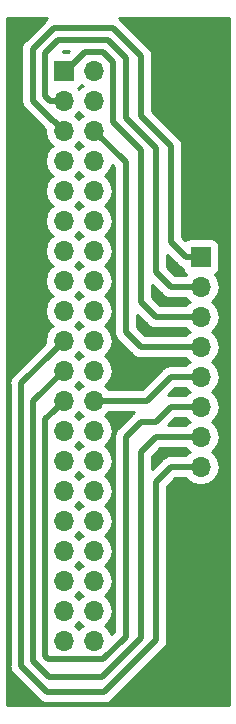
<source format=gbr>
G04 #@! TF.GenerationSoftware,KiCad,Pcbnew,5.0.0-rc2-dev-unknown-5e5e80d~64~ubuntu16.04.1*
G04 #@! TF.CreationDate,2018-07-20T09:57:53-03:00*
G04 #@! TF.ProjectId,termografia1,7465726D6F677261666961312E6B6963,rev?*
G04 #@! TF.SameCoordinates,Original*
G04 #@! TF.FileFunction,Copper,L1,Top,Signal*
G04 #@! TF.FilePolarity,Positive*
%FSLAX46Y46*%
G04 Gerber Fmt 4.6, Leading zero omitted, Abs format (unit mm)*
G04 Created by KiCad (PCBNEW 5.0.0-rc2-dev-unknown-5e5e80d~64~ubuntu16.04.1) date Fri Jul 20 09:57:53 2018*
%MOMM*%
%LPD*%
G01*
G04 APERTURE LIST*
%ADD10O,1.700000X1.700000*%
%ADD11R,1.700000X1.700000*%
%ADD12C,0.500000*%
%ADD13C,0.254000*%
G04 APERTURE END LIST*
D10*
X126837381Y-140447500D03*
X124297381Y-140447500D03*
X126837381Y-137907500D03*
X124297381Y-137907500D03*
X126837381Y-135367500D03*
X124297381Y-135367500D03*
X126837381Y-132827500D03*
X124297381Y-132827500D03*
X126837381Y-130287500D03*
X124297381Y-130287500D03*
X126837381Y-127747500D03*
X124297381Y-127747500D03*
X126837381Y-125207500D03*
X124297381Y-125207500D03*
X126837381Y-122667500D03*
X124297381Y-122667500D03*
X126837381Y-120127500D03*
X124297381Y-120127500D03*
X126837381Y-117587500D03*
X124297381Y-117587500D03*
X126837381Y-115047500D03*
X124297381Y-115047500D03*
X126837381Y-112507500D03*
X124297381Y-112507500D03*
X126837381Y-109967500D03*
X124297381Y-109967500D03*
X126837381Y-107427500D03*
X124297381Y-107427500D03*
X126837381Y-104887500D03*
X124297381Y-104887500D03*
X126837381Y-102347500D03*
X124297381Y-102347500D03*
X126837381Y-99807500D03*
X124297381Y-99807500D03*
X126837381Y-97267500D03*
X124297381Y-97267500D03*
X126837381Y-94727500D03*
X124297381Y-94727500D03*
X126837381Y-92187500D03*
D11*
X124297381Y-92187500D03*
D10*
X135890000Y-125730000D03*
X135890000Y-123190000D03*
X135890000Y-120650000D03*
X135890000Y-118110000D03*
X135890000Y-115570000D03*
X135890000Y-113030000D03*
X135890000Y-110490000D03*
D11*
X135890000Y-107950000D03*
D12*
X131332500Y-120127500D02*
X126837381Y-120127500D01*
X133350000Y-118110000D02*
X131332500Y-120127500D01*
X135890000Y-118110000D02*
X134620000Y-118110000D01*
X134620000Y-118110000D02*
X133350000Y-118110000D01*
X123447382Y-120977499D02*
X124297381Y-120127500D01*
X132080000Y-121920000D02*
X130810000Y-121920000D01*
X133350000Y-120650000D02*
X132080000Y-121920000D01*
X130810000Y-121920000D02*
X129540000Y-123190000D01*
X122997501Y-142047501D02*
X122697380Y-141747380D01*
X122697380Y-121727501D02*
X123447382Y-120977499D01*
X129540000Y-123190000D02*
X129540000Y-140112883D01*
X122697380Y-141747380D02*
X122697380Y-121727501D01*
X129540000Y-140112883D02*
X127605382Y-142047501D01*
X127605382Y-142047501D02*
X122997501Y-142047501D01*
X135890000Y-120650000D02*
X134620000Y-120650000D01*
X134620000Y-120650000D02*
X133350000Y-120650000D01*
X132080000Y-123190000D02*
X130810000Y-124460000D01*
X130810000Y-140257110D02*
X127557110Y-143510000D01*
X130810000Y-124460000D02*
X130810000Y-140257110D01*
X121697370Y-120187511D02*
X124297381Y-117587500D01*
X121697370Y-142161597D02*
X121697370Y-120187511D01*
X123045773Y-143510000D02*
X121697370Y-142161597D01*
X127557110Y-143510000D02*
X123045773Y-143510000D01*
X135890000Y-123190000D02*
X134620000Y-123190000D01*
X134620000Y-123190000D02*
X133350000Y-123190000D01*
X133350000Y-123190000D02*
X132080000Y-123190000D01*
X133350000Y-125730000D02*
X132080000Y-127000000D01*
X132080000Y-140401336D02*
X127701336Y-144780000D01*
X132080000Y-127000000D02*
X132080000Y-140401336D01*
X123447382Y-115897499D02*
X124297381Y-115047500D01*
X120697360Y-118647521D02*
X123447382Y-115897499D01*
X120697360Y-142575814D02*
X120697360Y-118647521D01*
X122901547Y-144780000D02*
X120697360Y-142575814D01*
X127701336Y-144780000D02*
X122901547Y-144780000D01*
X135890000Y-125730000D02*
X134620000Y-125730000D01*
X134620000Y-125730000D02*
X133350000Y-125730000D01*
X130810000Y-115570000D02*
X129540000Y-114300000D01*
X129540000Y-99970119D02*
X126837381Y-97267500D01*
X129540000Y-114300000D02*
X129540000Y-99970119D01*
X135890000Y-115570000D02*
X133350000Y-115570000D01*
X133350000Y-115570000D02*
X130810000Y-115570000D01*
X123371074Y-96417501D02*
X123447382Y-96417501D01*
X133350000Y-106680000D02*
X133350000Y-98583665D01*
X130809999Y-90963663D02*
X128433816Y-88587479D01*
X133350000Y-98583665D02*
X130810000Y-96043665D01*
X123447382Y-96417501D02*
X124297381Y-97267500D01*
X130810000Y-96043665D02*
X130809999Y-90963663D01*
X128433816Y-88587479D02*
X123433173Y-88587479D01*
X121697370Y-90323282D02*
X121697370Y-94743797D01*
X134620000Y-107950000D02*
X133350000Y-106680000D01*
X123433173Y-88587479D02*
X121697370Y-90323282D01*
X121697370Y-94743797D02*
X123371074Y-96417501D01*
X135890000Y-107950000D02*
X134620000Y-107950000D01*
X123095300Y-94727500D02*
X124297381Y-94727500D01*
X128019599Y-89587489D02*
X123847390Y-89587489D01*
X132080000Y-98727891D02*
X129540000Y-96187891D01*
X129540000Y-96187891D02*
X129540000Y-91107890D01*
X129540000Y-91107890D02*
X128019599Y-89587489D01*
X123847390Y-89587489D02*
X122697380Y-90737499D01*
X122697380Y-90737499D02*
X122697380Y-94329580D01*
X132080000Y-109220000D02*
X132080000Y-98727891D01*
X133350000Y-110490000D02*
X132080000Y-109220000D01*
X122697380Y-94329580D02*
X123095300Y-94727500D01*
X135890000Y-110490000D02*
X133350000Y-110490000D01*
X124469379Y-92187500D02*
X124297381Y-92187500D01*
X126069380Y-90587499D02*
X124469379Y-92187500D01*
X128457883Y-91440000D02*
X127605382Y-90587499D01*
X128457883Y-96520000D02*
X128457883Y-91440000D01*
X130810000Y-98872117D02*
X128457883Y-96520000D01*
X127605382Y-90587499D02*
X126069380Y-90587499D01*
X130810000Y-111760000D02*
X130810000Y-98872117D01*
X132080000Y-113030000D02*
X130810000Y-111760000D01*
X135890000Y-113030000D02*
X134620000Y-113030000D01*
X134620000Y-113030000D02*
X132080000Y-113030000D01*
D13*
G36*
X122810369Y-87828596D02*
X122810367Y-87828598D01*
X122728796Y-87883102D01*
X122674292Y-87964673D01*
X121074567Y-89564399D01*
X120992993Y-89618905D01*
X120777057Y-89942077D01*
X120720370Y-90227060D01*
X120720370Y-90227064D01*
X120701231Y-90323282D01*
X120720370Y-90419500D01*
X120720371Y-94647574D01*
X120701231Y-94743797D01*
X120777058Y-95125003D01*
X120938487Y-95366600D01*
X120938490Y-95366603D01*
X120992994Y-95448174D01*
X121074565Y-95502678D01*
X122612193Y-97040307D01*
X122666697Y-97121878D01*
X122712380Y-97152403D01*
X122689486Y-97267500D01*
X122811880Y-97882815D01*
X123160428Y-98404453D01*
X123359547Y-98537500D01*
X123160428Y-98670547D01*
X122811880Y-99192185D01*
X122689486Y-99807500D01*
X122811880Y-100422815D01*
X123160428Y-100944453D01*
X123359547Y-101077500D01*
X123160428Y-101210547D01*
X122811880Y-101732185D01*
X122689486Y-102347500D01*
X122811880Y-102962815D01*
X123160428Y-103484453D01*
X123359547Y-103617500D01*
X123160428Y-103750547D01*
X122811880Y-104272185D01*
X122689486Y-104887500D01*
X122811880Y-105502815D01*
X123160428Y-106024453D01*
X123359547Y-106157500D01*
X123160428Y-106290547D01*
X122811880Y-106812185D01*
X122689486Y-107427500D01*
X122811880Y-108042815D01*
X123160428Y-108564453D01*
X123359547Y-108697500D01*
X123160428Y-108830547D01*
X122811880Y-109352185D01*
X122689486Y-109967500D01*
X122811880Y-110582815D01*
X123160428Y-111104453D01*
X123359547Y-111237500D01*
X123160428Y-111370547D01*
X122811880Y-111892185D01*
X122689486Y-112507500D01*
X122811880Y-113122815D01*
X123160428Y-113644453D01*
X123359547Y-113777500D01*
X123160428Y-113910547D01*
X122811880Y-114432185D01*
X122689486Y-115047500D01*
X122727017Y-115236178D01*
X120074555Y-117888640D01*
X119992984Y-117943144D01*
X119938480Y-118024715D01*
X119938477Y-118024718D01*
X119777048Y-118266315D01*
X119701221Y-118647521D01*
X119720361Y-118743744D01*
X119720360Y-142479596D01*
X119701221Y-142575814D01*
X119720360Y-142672032D01*
X119720360Y-142672036D01*
X119777047Y-142957019D01*
X119992983Y-143280191D01*
X120074557Y-143334697D01*
X122142666Y-145402806D01*
X122197170Y-145484377D01*
X122278741Y-145538881D01*
X122278743Y-145538883D01*
X122438980Y-145645949D01*
X122520341Y-145700313D01*
X122805324Y-145757000D01*
X122805328Y-145757000D01*
X122901546Y-145776139D01*
X122997764Y-145757000D01*
X127605118Y-145757000D01*
X127701336Y-145776139D01*
X127797554Y-145757000D01*
X127797559Y-145757000D01*
X128082542Y-145700313D01*
X128405713Y-145484377D01*
X128460219Y-145402803D01*
X132702806Y-141160217D01*
X132784377Y-141105713D01*
X132838881Y-141024142D01*
X132838883Y-141024140D01*
X133000312Y-140782543D01*
X133000313Y-140782542D01*
X133057000Y-140497559D01*
X133057000Y-140497555D01*
X133076139Y-140401337D01*
X133057000Y-140305119D01*
X133057000Y-127404686D01*
X133754687Y-126707000D01*
X134646170Y-126707000D01*
X134753047Y-126866953D01*
X135274685Y-127215501D01*
X135734681Y-127307000D01*
X136045319Y-127307000D01*
X136505315Y-127215501D01*
X137026953Y-126866953D01*
X137375501Y-126345315D01*
X137497895Y-125730000D01*
X137375501Y-125114685D01*
X137026953Y-124593047D01*
X136827834Y-124460000D01*
X137026953Y-124326953D01*
X137375501Y-123805315D01*
X137497895Y-123190000D01*
X137375501Y-122574685D01*
X137026953Y-122053047D01*
X136827834Y-121920000D01*
X137026953Y-121786953D01*
X137375501Y-121265315D01*
X137497895Y-120650000D01*
X137375501Y-120034685D01*
X137026953Y-119513047D01*
X136827834Y-119380000D01*
X137026953Y-119246953D01*
X137375501Y-118725315D01*
X137497895Y-118110000D01*
X137375501Y-117494685D01*
X137026953Y-116973047D01*
X136827834Y-116840000D01*
X137026953Y-116706953D01*
X137375501Y-116185315D01*
X137497895Y-115570000D01*
X137375501Y-114954685D01*
X137026953Y-114433047D01*
X136827834Y-114300000D01*
X137026953Y-114166953D01*
X137375501Y-113645315D01*
X137497895Y-113030000D01*
X137375501Y-112414685D01*
X137026953Y-111893047D01*
X136827834Y-111760000D01*
X137026953Y-111626953D01*
X137375501Y-111105315D01*
X137497895Y-110490000D01*
X137375501Y-109874685D01*
X137086807Y-109442625D01*
X137264137Y-109324137D01*
X137424818Y-109083661D01*
X137481242Y-108800000D01*
X137481242Y-107100000D01*
X137424818Y-106816339D01*
X137264137Y-106575863D01*
X137023661Y-106415182D01*
X136740000Y-106358758D01*
X135040000Y-106358758D01*
X134756339Y-106415182D01*
X134582814Y-106531128D01*
X134327000Y-106275314D01*
X134327000Y-98679882D01*
X134346139Y-98583664D01*
X134327000Y-98487446D01*
X134327000Y-98487442D01*
X134270313Y-98202459D01*
X134054377Y-97879288D01*
X133972803Y-97824782D01*
X131787000Y-95638979D01*
X131786998Y-91059885D01*
X131806138Y-90963663D01*
X131730312Y-90582457D01*
X131568882Y-90340859D01*
X131568877Y-90340854D01*
X131514375Y-90259286D01*
X131432807Y-90204784D01*
X129192699Y-87964676D01*
X129138193Y-87883102D01*
X128949468Y-87757000D01*
X138303000Y-87757000D01*
X138303000Y-145923000D01*
X119507000Y-145923000D01*
X119507000Y-87757000D01*
X122917521Y-87757000D01*
X122810369Y-87828596D01*
X122810369Y-87828596D01*
G37*
X122810369Y-87828596D02*
X122810367Y-87828598D01*
X122728796Y-87883102D01*
X122674292Y-87964673D01*
X121074567Y-89564399D01*
X120992993Y-89618905D01*
X120777057Y-89942077D01*
X120720370Y-90227060D01*
X120720370Y-90227064D01*
X120701231Y-90323282D01*
X120720370Y-90419500D01*
X120720371Y-94647574D01*
X120701231Y-94743797D01*
X120777058Y-95125003D01*
X120938487Y-95366600D01*
X120938490Y-95366603D01*
X120992994Y-95448174D01*
X121074565Y-95502678D01*
X122612193Y-97040307D01*
X122666697Y-97121878D01*
X122712380Y-97152403D01*
X122689486Y-97267500D01*
X122811880Y-97882815D01*
X123160428Y-98404453D01*
X123359547Y-98537500D01*
X123160428Y-98670547D01*
X122811880Y-99192185D01*
X122689486Y-99807500D01*
X122811880Y-100422815D01*
X123160428Y-100944453D01*
X123359547Y-101077500D01*
X123160428Y-101210547D01*
X122811880Y-101732185D01*
X122689486Y-102347500D01*
X122811880Y-102962815D01*
X123160428Y-103484453D01*
X123359547Y-103617500D01*
X123160428Y-103750547D01*
X122811880Y-104272185D01*
X122689486Y-104887500D01*
X122811880Y-105502815D01*
X123160428Y-106024453D01*
X123359547Y-106157500D01*
X123160428Y-106290547D01*
X122811880Y-106812185D01*
X122689486Y-107427500D01*
X122811880Y-108042815D01*
X123160428Y-108564453D01*
X123359547Y-108697500D01*
X123160428Y-108830547D01*
X122811880Y-109352185D01*
X122689486Y-109967500D01*
X122811880Y-110582815D01*
X123160428Y-111104453D01*
X123359547Y-111237500D01*
X123160428Y-111370547D01*
X122811880Y-111892185D01*
X122689486Y-112507500D01*
X122811880Y-113122815D01*
X123160428Y-113644453D01*
X123359547Y-113777500D01*
X123160428Y-113910547D01*
X122811880Y-114432185D01*
X122689486Y-115047500D01*
X122727017Y-115236178D01*
X120074555Y-117888640D01*
X119992984Y-117943144D01*
X119938480Y-118024715D01*
X119938477Y-118024718D01*
X119777048Y-118266315D01*
X119701221Y-118647521D01*
X119720361Y-118743744D01*
X119720360Y-142479596D01*
X119701221Y-142575814D01*
X119720360Y-142672032D01*
X119720360Y-142672036D01*
X119777047Y-142957019D01*
X119992983Y-143280191D01*
X120074557Y-143334697D01*
X122142666Y-145402806D01*
X122197170Y-145484377D01*
X122278741Y-145538881D01*
X122278743Y-145538883D01*
X122438980Y-145645949D01*
X122520341Y-145700313D01*
X122805324Y-145757000D01*
X122805328Y-145757000D01*
X122901546Y-145776139D01*
X122997764Y-145757000D01*
X127605118Y-145757000D01*
X127701336Y-145776139D01*
X127797554Y-145757000D01*
X127797559Y-145757000D01*
X128082542Y-145700313D01*
X128405713Y-145484377D01*
X128460219Y-145402803D01*
X132702806Y-141160217D01*
X132784377Y-141105713D01*
X132838881Y-141024142D01*
X132838883Y-141024140D01*
X133000312Y-140782543D01*
X133000313Y-140782542D01*
X133057000Y-140497559D01*
X133057000Y-140497555D01*
X133076139Y-140401337D01*
X133057000Y-140305119D01*
X133057000Y-127404686D01*
X133754687Y-126707000D01*
X134646170Y-126707000D01*
X134753047Y-126866953D01*
X135274685Y-127215501D01*
X135734681Y-127307000D01*
X136045319Y-127307000D01*
X136505315Y-127215501D01*
X137026953Y-126866953D01*
X137375501Y-126345315D01*
X137497895Y-125730000D01*
X137375501Y-125114685D01*
X137026953Y-124593047D01*
X136827834Y-124460000D01*
X137026953Y-124326953D01*
X137375501Y-123805315D01*
X137497895Y-123190000D01*
X137375501Y-122574685D01*
X137026953Y-122053047D01*
X136827834Y-121920000D01*
X137026953Y-121786953D01*
X137375501Y-121265315D01*
X137497895Y-120650000D01*
X137375501Y-120034685D01*
X137026953Y-119513047D01*
X136827834Y-119380000D01*
X137026953Y-119246953D01*
X137375501Y-118725315D01*
X137497895Y-118110000D01*
X137375501Y-117494685D01*
X137026953Y-116973047D01*
X136827834Y-116840000D01*
X137026953Y-116706953D01*
X137375501Y-116185315D01*
X137497895Y-115570000D01*
X137375501Y-114954685D01*
X137026953Y-114433047D01*
X136827834Y-114300000D01*
X137026953Y-114166953D01*
X137375501Y-113645315D01*
X137497895Y-113030000D01*
X137375501Y-112414685D01*
X137026953Y-111893047D01*
X136827834Y-111760000D01*
X137026953Y-111626953D01*
X137375501Y-111105315D01*
X137497895Y-110490000D01*
X137375501Y-109874685D01*
X137086807Y-109442625D01*
X137264137Y-109324137D01*
X137424818Y-109083661D01*
X137481242Y-108800000D01*
X137481242Y-107100000D01*
X137424818Y-106816339D01*
X137264137Y-106575863D01*
X137023661Y-106415182D01*
X136740000Y-106358758D01*
X135040000Y-106358758D01*
X134756339Y-106415182D01*
X134582814Y-106531128D01*
X134327000Y-106275314D01*
X134327000Y-98679882D01*
X134346139Y-98583664D01*
X134327000Y-98487446D01*
X134327000Y-98487442D01*
X134270313Y-98202459D01*
X134054377Y-97879288D01*
X133972803Y-97824782D01*
X131787000Y-95638979D01*
X131786998Y-91059885D01*
X131806138Y-90963663D01*
X131730312Y-90582457D01*
X131568882Y-90340859D01*
X131568877Y-90340854D01*
X131514375Y-90259286D01*
X131432807Y-90204784D01*
X129192699Y-87964676D01*
X129138193Y-87883102D01*
X128949468Y-87757000D01*
X138303000Y-87757000D01*
X138303000Y-145923000D01*
X119507000Y-145923000D01*
X119507000Y-87757000D01*
X122917521Y-87757000D01*
X122810369Y-87828596D01*
G36*
X130187196Y-121161117D02*
X130187194Y-121161119D01*
X130105623Y-121215623D01*
X130051119Y-121297194D01*
X128917197Y-122431117D01*
X128835623Y-122485623D01*
X128619687Y-122808795D01*
X128563000Y-123093778D01*
X128563000Y-123093782D01*
X128543861Y-123190000D01*
X128563000Y-123286218D01*
X128563001Y-139708195D01*
X128342149Y-139929047D01*
X128322882Y-139832185D01*
X127974334Y-139310547D01*
X127775215Y-139177500D01*
X127974334Y-139044453D01*
X128322882Y-138522815D01*
X128445276Y-137907500D01*
X128322882Y-137292185D01*
X127974334Y-136770547D01*
X127775215Y-136637500D01*
X127974334Y-136504453D01*
X128322882Y-135982815D01*
X128445276Y-135367500D01*
X128322882Y-134752185D01*
X127974334Y-134230547D01*
X127775215Y-134097500D01*
X127974334Y-133964453D01*
X128322882Y-133442815D01*
X128445276Y-132827500D01*
X128322882Y-132212185D01*
X127974334Y-131690547D01*
X127775215Y-131557500D01*
X127974334Y-131424453D01*
X128322882Y-130902815D01*
X128445276Y-130287500D01*
X128322882Y-129672185D01*
X127974334Y-129150547D01*
X127775215Y-129017500D01*
X127974334Y-128884453D01*
X128322882Y-128362815D01*
X128445276Y-127747500D01*
X128322882Y-127132185D01*
X127974334Y-126610547D01*
X127775215Y-126477500D01*
X127974334Y-126344453D01*
X128322882Y-125822815D01*
X128445276Y-125207500D01*
X128322882Y-124592185D01*
X127974334Y-124070547D01*
X127775215Y-123937500D01*
X127974334Y-123804453D01*
X128322882Y-123282815D01*
X128445276Y-122667500D01*
X128322882Y-122052185D01*
X127974334Y-121530547D01*
X127775215Y-121397500D01*
X127974334Y-121264453D01*
X128081211Y-121104500D01*
X130271930Y-121104500D01*
X130187196Y-121161117D01*
X130187196Y-121161117D01*
G37*
X130187196Y-121161117D02*
X130187194Y-121161119D01*
X130105623Y-121215623D01*
X130051119Y-121297194D01*
X128917197Y-122431117D01*
X128835623Y-122485623D01*
X128619687Y-122808795D01*
X128563000Y-123093778D01*
X128563000Y-123093782D01*
X128543861Y-123190000D01*
X128563000Y-123286218D01*
X128563001Y-139708195D01*
X128342149Y-139929047D01*
X128322882Y-139832185D01*
X127974334Y-139310547D01*
X127775215Y-139177500D01*
X127974334Y-139044453D01*
X128322882Y-138522815D01*
X128445276Y-137907500D01*
X128322882Y-137292185D01*
X127974334Y-136770547D01*
X127775215Y-136637500D01*
X127974334Y-136504453D01*
X128322882Y-135982815D01*
X128445276Y-135367500D01*
X128322882Y-134752185D01*
X127974334Y-134230547D01*
X127775215Y-134097500D01*
X127974334Y-133964453D01*
X128322882Y-133442815D01*
X128445276Y-132827500D01*
X128322882Y-132212185D01*
X127974334Y-131690547D01*
X127775215Y-131557500D01*
X127974334Y-131424453D01*
X128322882Y-130902815D01*
X128445276Y-130287500D01*
X128322882Y-129672185D01*
X127974334Y-129150547D01*
X127775215Y-129017500D01*
X127974334Y-128884453D01*
X128322882Y-128362815D01*
X128445276Y-127747500D01*
X128322882Y-127132185D01*
X127974334Y-126610547D01*
X127775215Y-126477500D01*
X127974334Y-126344453D01*
X128322882Y-125822815D01*
X128445276Y-125207500D01*
X128322882Y-124592185D01*
X127974334Y-124070547D01*
X127775215Y-123937500D01*
X127974334Y-123804453D01*
X128322882Y-123282815D01*
X128445276Y-122667500D01*
X128322882Y-122052185D01*
X127974334Y-121530547D01*
X127775215Y-121397500D01*
X127974334Y-121264453D01*
X128081211Y-121104500D01*
X130271930Y-121104500D01*
X130187196Y-121161117D01*
G36*
X125700428Y-139044453D02*
X125899547Y-139177500D01*
X125700428Y-139310547D01*
X125567381Y-139509666D01*
X125434334Y-139310547D01*
X125235215Y-139177500D01*
X125434334Y-139044453D01*
X125567381Y-138845334D01*
X125700428Y-139044453D01*
X125700428Y-139044453D01*
G37*
X125700428Y-139044453D02*
X125899547Y-139177500D01*
X125700428Y-139310547D01*
X125567381Y-139509666D01*
X125434334Y-139310547D01*
X125235215Y-139177500D01*
X125434334Y-139044453D01*
X125567381Y-138845334D01*
X125700428Y-139044453D01*
G36*
X125700428Y-136504453D02*
X125899547Y-136637500D01*
X125700428Y-136770547D01*
X125567381Y-136969666D01*
X125434334Y-136770547D01*
X125235215Y-136637500D01*
X125434334Y-136504453D01*
X125567381Y-136305334D01*
X125700428Y-136504453D01*
X125700428Y-136504453D01*
G37*
X125700428Y-136504453D02*
X125899547Y-136637500D01*
X125700428Y-136770547D01*
X125567381Y-136969666D01*
X125434334Y-136770547D01*
X125235215Y-136637500D01*
X125434334Y-136504453D01*
X125567381Y-136305334D01*
X125700428Y-136504453D01*
G36*
X125700428Y-133964453D02*
X125899547Y-134097500D01*
X125700428Y-134230547D01*
X125567381Y-134429666D01*
X125434334Y-134230547D01*
X125235215Y-134097500D01*
X125434334Y-133964453D01*
X125567381Y-133765334D01*
X125700428Y-133964453D01*
X125700428Y-133964453D01*
G37*
X125700428Y-133964453D02*
X125899547Y-134097500D01*
X125700428Y-134230547D01*
X125567381Y-134429666D01*
X125434334Y-134230547D01*
X125235215Y-134097500D01*
X125434334Y-133964453D01*
X125567381Y-133765334D01*
X125700428Y-133964453D01*
G36*
X125700428Y-131424453D02*
X125899547Y-131557500D01*
X125700428Y-131690547D01*
X125567381Y-131889666D01*
X125434334Y-131690547D01*
X125235215Y-131557500D01*
X125434334Y-131424453D01*
X125567381Y-131225334D01*
X125700428Y-131424453D01*
X125700428Y-131424453D01*
G37*
X125700428Y-131424453D02*
X125899547Y-131557500D01*
X125700428Y-131690547D01*
X125567381Y-131889666D01*
X125434334Y-131690547D01*
X125235215Y-131557500D01*
X125434334Y-131424453D01*
X125567381Y-131225334D01*
X125700428Y-131424453D01*
G36*
X125700428Y-128884453D02*
X125899547Y-129017500D01*
X125700428Y-129150547D01*
X125567381Y-129349666D01*
X125434334Y-129150547D01*
X125235215Y-129017500D01*
X125434334Y-128884453D01*
X125567381Y-128685334D01*
X125700428Y-128884453D01*
X125700428Y-128884453D01*
G37*
X125700428Y-128884453D02*
X125899547Y-129017500D01*
X125700428Y-129150547D01*
X125567381Y-129349666D01*
X125434334Y-129150547D01*
X125235215Y-129017500D01*
X125434334Y-128884453D01*
X125567381Y-128685334D01*
X125700428Y-128884453D01*
G36*
X125700428Y-126344453D02*
X125899547Y-126477500D01*
X125700428Y-126610547D01*
X125567381Y-126809666D01*
X125434334Y-126610547D01*
X125235215Y-126477500D01*
X125434334Y-126344453D01*
X125567381Y-126145334D01*
X125700428Y-126344453D01*
X125700428Y-126344453D01*
G37*
X125700428Y-126344453D02*
X125899547Y-126477500D01*
X125700428Y-126610547D01*
X125567381Y-126809666D01*
X125434334Y-126610547D01*
X125235215Y-126477500D01*
X125434334Y-126344453D01*
X125567381Y-126145334D01*
X125700428Y-126344453D01*
G36*
X134753047Y-124326953D02*
X134952166Y-124460000D01*
X134753047Y-124593047D01*
X134646170Y-124753000D01*
X133446217Y-124753000D01*
X133349999Y-124733861D01*
X133253781Y-124753000D01*
X133253777Y-124753000D01*
X132968794Y-124809687D01*
X132887433Y-124864051D01*
X132727196Y-124971117D01*
X132727194Y-124971119D01*
X132645623Y-125025623D01*
X132591119Y-125107194D01*
X131787000Y-125911314D01*
X131787000Y-124864686D01*
X132484687Y-124167000D01*
X134646170Y-124167000D01*
X134753047Y-124326953D01*
X134753047Y-124326953D01*
G37*
X134753047Y-124326953D02*
X134952166Y-124460000D01*
X134753047Y-124593047D01*
X134646170Y-124753000D01*
X133446217Y-124753000D01*
X133349999Y-124733861D01*
X133253781Y-124753000D01*
X133253777Y-124753000D01*
X132968794Y-124809687D01*
X132887433Y-124864051D01*
X132727196Y-124971117D01*
X132727194Y-124971119D01*
X132645623Y-125025623D01*
X132591119Y-125107194D01*
X131787000Y-125911314D01*
X131787000Y-124864686D01*
X132484687Y-124167000D01*
X134646170Y-124167000D01*
X134753047Y-124326953D01*
G36*
X125700428Y-123804453D02*
X125899547Y-123937500D01*
X125700428Y-124070547D01*
X125567381Y-124269666D01*
X125434334Y-124070547D01*
X125235215Y-123937500D01*
X125434334Y-123804453D01*
X125567381Y-123605334D01*
X125700428Y-123804453D01*
X125700428Y-123804453D01*
G37*
X125700428Y-123804453D02*
X125899547Y-123937500D01*
X125700428Y-124070547D01*
X125567381Y-124269666D01*
X125434334Y-124070547D01*
X125235215Y-123937500D01*
X125434334Y-123804453D01*
X125567381Y-123605334D01*
X125700428Y-123804453D01*
G36*
X134753047Y-121786953D02*
X134952166Y-121920000D01*
X134753047Y-122053047D01*
X134646170Y-122213000D01*
X133168686Y-122213000D01*
X133754687Y-121627000D01*
X134646170Y-121627000D01*
X134753047Y-121786953D01*
X134753047Y-121786953D01*
G37*
X134753047Y-121786953D02*
X134952166Y-121920000D01*
X134753047Y-122053047D01*
X134646170Y-122213000D01*
X133168686Y-122213000D01*
X133754687Y-121627000D01*
X134646170Y-121627000D01*
X134753047Y-121786953D01*
G36*
X125700428Y-121264453D02*
X125899547Y-121397500D01*
X125700428Y-121530547D01*
X125567381Y-121729666D01*
X125434334Y-121530547D01*
X125235215Y-121397500D01*
X125434334Y-121264453D01*
X125567381Y-121065334D01*
X125700428Y-121264453D01*
X125700428Y-121264453D01*
G37*
X125700428Y-121264453D02*
X125899547Y-121397500D01*
X125700428Y-121530547D01*
X125567381Y-121729666D01*
X125434334Y-121530547D01*
X125235215Y-121397500D01*
X125434334Y-121264453D01*
X125567381Y-121065334D01*
X125700428Y-121264453D01*
G36*
X134753047Y-119246953D02*
X134952166Y-119380000D01*
X134753047Y-119513047D01*
X134646170Y-119673000D01*
X133446217Y-119673000D01*
X133349999Y-119653861D01*
X133253781Y-119673000D01*
X133253777Y-119673000D01*
X133147558Y-119694128D01*
X133754687Y-119087000D01*
X134646170Y-119087000D01*
X134753047Y-119246953D01*
X134753047Y-119246953D01*
G37*
X134753047Y-119246953D02*
X134952166Y-119380000D01*
X134753047Y-119513047D01*
X134646170Y-119673000D01*
X133446217Y-119673000D01*
X133349999Y-119653861D01*
X133253781Y-119673000D01*
X133253777Y-119673000D01*
X133147558Y-119694128D01*
X133754687Y-119087000D01*
X134646170Y-119087000D01*
X134753047Y-119246953D01*
G36*
X125700428Y-118724453D02*
X125899547Y-118857500D01*
X125700428Y-118990547D01*
X125567381Y-119189666D01*
X125434334Y-118990547D01*
X125235215Y-118857500D01*
X125434334Y-118724453D01*
X125567381Y-118525334D01*
X125700428Y-118724453D01*
X125700428Y-118724453D01*
G37*
X125700428Y-118724453D02*
X125899547Y-118857500D01*
X125700428Y-118990547D01*
X125567381Y-119189666D01*
X125434334Y-118990547D01*
X125235215Y-118857500D01*
X125434334Y-118724453D01*
X125567381Y-118525334D01*
X125700428Y-118724453D01*
G36*
X128563001Y-100374806D02*
X128563000Y-114203782D01*
X128543861Y-114300000D01*
X128563000Y-114396218D01*
X128563000Y-114396222D01*
X128619687Y-114681205D01*
X128835623Y-115004377D01*
X128917197Y-115058883D01*
X130051119Y-116192806D01*
X130105623Y-116274377D01*
X130187194Y-116328881D01*
X130187196Y-116328883D01*
X130347433Y-116435949D01*
X130428794Y-116490313D01*
X130713777Y-116547000D01*
X130713781Y-116547000D01*
X130809999Y-116566139D01*
X130906217Y-116547000D01*
X134646170Y-116547000D01*
X134753047Y-116706953D01*
X134952166Y-116840000D01*
X134753047Y-116973047D01*
X134646170Y-117133000D01*
X133446219Y-117133000D01*
X133350000Y-117113861D01*
X133253781Y-117133000D01*
X133253777Y-117133000D01*
X133028778Y-117177755D01*
X132968793Y-117189687D01*
X132727196Y-117351117D01*
X132727194Y-117351119D01*
X132645623Y-117405623D01*
X132591119Y-117487194D01*
X130927814Y-119150500D01*
X128081211Y-119150500D01*
X127974334Y-118990547D01*
X127775215Y-118857500D01*
X127974334Y-118724453D01*
X128322882Y-118202815D01*
X128445276Y-117587500D01*
X128322882Y-116972185D01*
X127974334Y-116450547D01*
X127775215Y-116317500D01*
X127974334Y-116184453D01*
X128322882Y-115662815D01*
X128445276Y-115047500D01*
X128322882Y-114432185D01*
X127974334Y-113910547D01*
X127775215Y-113777500D01*
X127974334Y-113644453D01*
X128322882Y-113122815D01*
X128445276Y-112507500D01*
X128322882Y-111892185D01*
X127974334Y-111370547D01*
X127775215Y-111237500D01*
X127974334Y-111104453D01*
X128322882Y-110582815D01*
X128445276Y-109967500D01*
X128322882Y-109352185D01*
X127974334Y-108830547D01*
X127775215Y-108697500D01*
X127974334Y-108564453D01*
X128322882Y-108042815D01*
X128445276Y-107427500D01*
X128322882Y-106812185D01*
X127974334Y-106290547D01*
X127775215Y-106157500D01*
X127974334Y-106024453D01*
X128322882Y-105502815D01*
X128445276Y-104887500D01*
X128322882Y-104272185D01*
X127974334Y-103750547D01*
X127775215Y-103617500D01*
X127974334Y-103484453D01*
X128322882Y-102962815D01*
X128445276Y-102347500D01*
X128322882Y-101732185D01*
X127974334Y-101210547D01*
X127775215Y-101077500D01*
X127974334Y-100944453D01*
X128322882Y-100422815D01*
X128370686Y-100182491D01*
X128563001Y-100374806D01*
X128563001Y-100374806D01*
G37*
X128563001Y-100374806D02*
X128563000Y-114203782D01*
X128543861Y-114300000D01*
X128563000Y-114396218D01*
X128563000Y-114396222D01*
X128619687Y-114681205D01*
X128835623Y-115004377D01*
X128917197Y-115058883D01*
X130051119Y-116192806D01*
X130105623Y-116274377D01*
X130187194Y-116328881D01*
X130187196Y-116328883D01*
X130347433Y-116435949D01*
X130428794Y-116490313D01*
X130713777Y-116547000D01*
X130713781Y-116547000D01*
X130809999Y-116566139D01*
X130906217Y-116547000D01*
X134646170Y-116547000D01*
X134753047Y-116706953D01*
X134952166Y-116840000D01*
X134753047Y-116973047D01*
X134646170Y-117133000D01*
X133446219Y-117133000D01*
X133350000Y-117113861D01*
X133253781Y-117133000D01*
X133253777Y-117133000D01*
X133028778Y-117177755D01*
X132968793Y-117189687D01*
X132727196Y-117351117D01*
X132727194Y-117351119D01*
X132645623Y-117405623D01*
X132591119Y-117487194D01*
X130927814Y-119150500D01*
X128081211Y-119150500D01*
X127974334Y-118990547D01*
X127775215Y-118857500D01*
X127974334Y-118724453D01*
X128322882Y-118202815D01*
X128445276Y-117587500D01*
X128322882Y-116972185D01*
X127974334Y-116450547D01*
X127775215Y-116317500D01*
X127974334Y-116184453D01*
X128322882Y-115662815D01*
X128445276Y-115047500D01*
X128322882Y-114432185D01*
X127974334Y-113910547D01*
X127775215Y-113777500D01*
X127974334Y-113644453D01*
X128322882Y-113122815D01*
X128445276Y-112507500D01*
X128322882Y-111892185D01*
X127974334Y-111370547D01*
X127775215Y-111237500D01*
X127974334Y-111104453D01*
X128322882Y-110582815D01*
X128445276Y-109967500D01*
X128322882Y-109352185D01*
X127974334Y-108830547D01*
X127775215Y-108697500D01*
X127974334Y-108564453D01*
X128322882Y-108042815D01*
X128445276Y-107427500D01*
X128322882Y-106812185D01*
X127974334Y-106290547D01*
X127775215Y-106157500D01*
X127974334Y-106024453D01*
X128322882Y-105502815D01*
X128445276Y-104887500D01*
X128322882Y-104272185D01*
X127974334Y-103750547D01*
X127775215Y-103617500D01*
X127974334Y-103484453D01*
X128322882Y-102962815D01*
X128445276Y-102347500D01*
X128322882Y-101732185D01*
X127974334Y-101210547D01*
X127775215Y-101077500D01*
X127974334Y-100944453D01*
X128322882Y-100422815D01*
X128370686Y-100182491D01*
X128563001Y-100374806D01*
G36*
X125700428Y-116184453D02*
X125899547Y-116317500D01*
X125700428Y-116450547D01*
X125567381Y-116649666D01*
X125434334Y-116450547D01*
X125235215Y-116317500D01*
X125434334Y-116184453D01*
X125567381Y-115985334D01*
X125700428Y-116184453D01*
X125700428Y-116184453D01*
G37*
X125700428Y-116184453D02*
X125899547Y-116317500D01*
X125700428Y-116450547D01*
X125567381Y-116649666D01*
X125434334Y-116450547D01*
X125235215Y-116317500D01*
X125434334Y-116184453D01*
X125567381Y-115985334D01*
X125700428Y-116184453D01*
G36*
X131321119Y-113652806D02*
X131375623Y-113734377D01*
X131457194Y-113788881D01*
X131457196Y-113788883D01*
X131617433Y-113895949D01*
X131698794Y-113950313D01*
X131983777Y-114007000D01*
X131983781Y-114007000D01*
X132079999Y-114026139D01*
X132176217Y-114007000D01*
X134646170Y-114007000D01*
X134753047Y-114166953D01*
X134952166Y-114300000D01*
X134753047Y-114433047D01*
X134646170Y-114593000D01*
X131214687Y-114593000D01*
X130517000Y-113895314D01*
X130517000Y-112848686D01*
X131321119Y-113652806D01*
X131321119Y-113652806D01*
G37*
X131321119Y-113652806D02*
X131375623Y-113734377D01*
X131457194Y-113788881D01*
X131457196Y-113788883D01*
X131617433Y-113895949D01*
X131698794Y-113950313D01*
X131983777Y-114007000D01*
X131983781Y-114007000D01*
X132079999Y-114026139D01*
X132176217Y-114007000D01*
X134646170Y-114007000D01*
X134753047Y-114166953D01*
X134952166Y-114300000D01*
X134753047Y-114433047D01*
X134646170Y-114593000D01*
X131214687Y-114593000D01*
X130517000Y-113895314D01*
X130517000Y-112848686D01*
X131321119Y-113652806D01*
G36*
X125700428Y-113644453D02*
X125899547Y-113777500D01*
X125700428Y-113910547D01*
X125567381Y-114109666D01*
X125434334Y-113910547D01*
X125235215Y-113777500D01*
X125434334Y-113644453D01*
X125567381Y-113445334D01*
X125700428Y-113644453D01*
X125700428Y-113644453D01*
G37*
X125700428Y-113644453D02*
X125899547Y-113777500D01*
X125700428Y-113910547D01*
X125567381Y-114109666D01*
X125434334Y-113910547D01*
X125235215Y-113777500D01*
X125434334Y-113644453D01*
X125567381Y-113445334D01*
X125700428Y-113644453D01*
G36*
X132591119Y-111112806D02*
X132645623Y-111194377D01*
X132727194Y-111248881D01*
X132727196Y-111248883D01*
X132887433Y-111355949D01*
X132968794Y-111410313D01*
X133253777Y-111467000D01*
X133253781Y-111467000D01*
X133349999Y-111486139D01*
X133446217Y-111467000D01*
X134646170Y-111467000D01*
X134753047Y-111626953D01*
X134952166Y-111760000D01*
X134753047Y-111893047D01*
X134646170Y-112053000D01*
X132484687Y-112053000D01*
X131787000Y-111355314D01*
X131787000Y-110308686D01*
X132591119Y-111112806D01*
X132591119Y-111112806D01*
G37*
X132591119Y-111112806D02*
X132645623Y-111194377D01*
X132727194Y-111248881D01*
X132727196Y-111248883D01*
X132887433Y-111355949D01*
X132968794Y-111410313D01*
X133253777Y-111467000D01*
X133253781Y-111467000D01*
X133349999Y-111486139D01*
X133446217Y-111467000D01*
X134646170Y-111467000D01*
X134753047Y-111626953D01*
X134952166Y-111760000D01*
X134753047Y-111893047D01*
X134646170Y-112053000D01*
X132484687Y-112053000D01*
X131787000Y-111355314D01*
X131787000Y-110308686D01*
X132591119Y-111112806D01*
G36*
X125700428Y-111104453D02*
X125899547Y-111237500D01*
X125700428Y-111370547D01*
X125567381Y-111569666D01*
X125434334Y-111370547D01*
X125235215Y-111237500D01*
X125434334Y-111104453D01*
X125567381Y-110905334D01*
X125700428Y-111104453D01*
X125700428Y-111104453D01*
G37*
X125700428Y-111104453D02*
X125899547Y-111237500D01*
X125700428Y-111370547D01*
X125567381Y-111569666D01*
X125434334Y-111370547D01*
X125235215Y-111237500D01*
X125434334Y-111104453D01*
X125567381Y-110905334D01*
X125700428Y-111104453D01*
G36*
X133861119Y-108572806D02*
X133915623Y-108654377D01*
X133997194Y-108708881D01*
X133997196Y-108708883D01*
X134133563Y-108800000D01*
X134238794Y-108870313D01*
X134315791Y-108885629D01*
X134355182Y-109083661D01*
X134515863Y-109324137D01*
X134693193Y-109442625D01*
X134646170Y-109513000D01*
X133754687Y-109513000D01*
X133057000Y-108815314D01*
X133057000Y-107768686D01*
X133861119Y-108572806D01*
X133861119Y-108572806D01*
G37*
X133861119Y-108572806D02*
X133915623Y-108654377D01*
X133997194Y-108708881D01*
X133997196Y-108708883D01*
X134133563Y-108800000D01*
X134238794Y-108870313D01*
X134315791Y-108885629D01*
X134355182Y-109083661D01*
X134515863Y-109324137D01*
X134693193Y-109442625D01*
X134646170Y-109513000D01*
X133754687Y-109513000D01*
X133057000Y-108815314D01*
X133057000Y-107768686D01*
X133861119Y-108572806D01*
G36*
X125700428Y-108564453D02*
X125899547Y-108697500D01*
X125700428Y-108830547D01*
X125567381Y-109029666D01*
X125434334Y-108830547D01*
X125235215Y-108697500D01*
X125434334Y-108564453D01*
X125567381Y-108365334D01*
X125700428Y-108564453D01*
X125700428Y-108564453D01*
G37*
X125700428Y-108564453D02*
X125899547Y-108697500D01*
X125700428Y-108830547D01*
X125567381Y-109029666D01*
X125434334Y-108830547D01*
X125235215Y-108697500D01*
X125434334Y-108564453D01*
X125567381Y-108365334D01*
X125700428Y-108564453D01*
G36*
X125700428Y-106024453D02*
X125899547Y-106157500D01*
X125700428Y-106290547D01*
X125567381Y-106489666D01*
X125434334Y-106290547D01*
X125235215Y-106157500D01*
X125434334Y-106024453D01*
X125567381Y-105825334D01*
X125700428Y-106024453D01*
X125700428Y-106024453D01*
G37*
X125700428Y-106024453D02*
X125899547Y-106157500D01*
X125700428Y-106290547D01*
X125567381Y-106489666D01*
X125434334Y-106290547D01*
X125235215Y-106157500D01*
X125434334Y-106024453D01*
X125567381Y-105825334D01*
X125700428Y-106024453D01*
G36*
X125700428Y-103484453D02*
X125899547Y-103617500D01*
X125700428Y-103750547D01*
X125567381Y-103949666D01*
X125434334Y-103750547D01*
X125235215Y-103617500D01*
X125434334Y-103484453D01*
X125567381Y-103285334D01*
X125700428Y-103484453D01*
X125700428Y-103484453D01*
G37*
X125700428Y-103484453D02*
X125899547Y-103617500D01*
X125700428Y-103750547D01*
X125567381Y-103949666D01*
X125434334Y-103750547D01*
X125235215Y-103617500D01*
X125434334Y-103484453D01*
X125567381Y-103285334D01*
X125700428Y-103484453D01*
G36*
X125700428Y-100944453D02*
X125899547Y-101077500D01*
X125700428Y-101210547D01*
X125567381Y-101409666D01*
X125434334Y-101210547D01*
X125235215Y-101077500D01*
X125434334Y-100944453D01*
X125567381Y-100745334D01*
X125700428Y-100944453D01*
X125700428Y-100944453D01*
G37*
X125700428Y-100944453D02*
X125899547Y-101077500D01*
X125700428Y-101210547D01*
X125567381Y-101409666D01*
X125434334Y-101210547D01*
X125235215Y-101077500D01*
X125434334Y-100944453D01*
X125567381Y-100745334D01*
X125700428Y-100944453D01*
G36*
X125700428Y-98404453D02*
X125899547Y-98537500D01*
X125700428Y-98670547D01*
X125567381Y-98869666D01*
X125434334Y-98670547D01*
X125235215Y-98537500D01*
X125434334Y-98404453D01*
X125567381Y-98205334D01*
X125700428Y-98404453D01*
X125700428Y-98404453D01*
G37*
X125700428Y-98404453D02*
X125899547Y-98537500D01*
X125700428Y-98670547D01*
X125567381Y-98869666D01*
X125434334Y-98670547D01*
X125235215Y-98537500D01*
X125434334Y-98404453D01*
X125567381Y-98205334D01*
X125700428Y-98404453D01*
G36*
X125700428Y-95864453D02*
X125899547Y-95997500D01*
X125700428Y-96130547D01*
X125567381Y-96329666D01*
X125434334Y-96130547D01*
X125235215Y-95997500D01*
X125434334Y-95864453D01*
X125567381Y-95665334D01*
X125700428Y-95864453D01*
X125700428Y-95864453D01*
G37*
X125700428Y-95864453D02*
X125899547Y-95997500D01*
X125700428Y-96130547D01*
X125567381Y-96329666D01*
X125434334Y-96130547D01*
X125235215Y-95997500D01*
X125434334Y-95864453D01*
X125567381Y-95665334D01*
X125700428Y-95864453D01*
G36*
X125899547Y-93457500D02*
X125700428Y-93590547D01*
X125567381Y-93789666D01*
X125494188Y-93680125D01*
X125671518Y-93561637D01*
X125790006Y-93384307D01*
X125899547Y-93457500D01*
X125899547Y-93457500D01*
G37*
X125899547Y-93457500D02*
X125700428Y-93590547D01*
X125567381Y-93789666D01*
X125494188Y-93680125D01*
X125671518Y-93561637D01*
X125790006Y-93384307D01*
X125899547Y-93457500D01*
G36*
X124678934Y-90596258D02*
X124220308Y-90596258D01*
X124252077Y-90564489D01*
X124710703Y-90564489D01*
X124678934Y-90596258D01*
X124678934Y-90596258D01*
G37*
X124678934Y-90596258D02*
X124220308Y-90596258D01*
X124252077Y-90564489D01*
X124710703Y-90564489D01*
X124678934Y-90596258D01*
M02*

</source>
